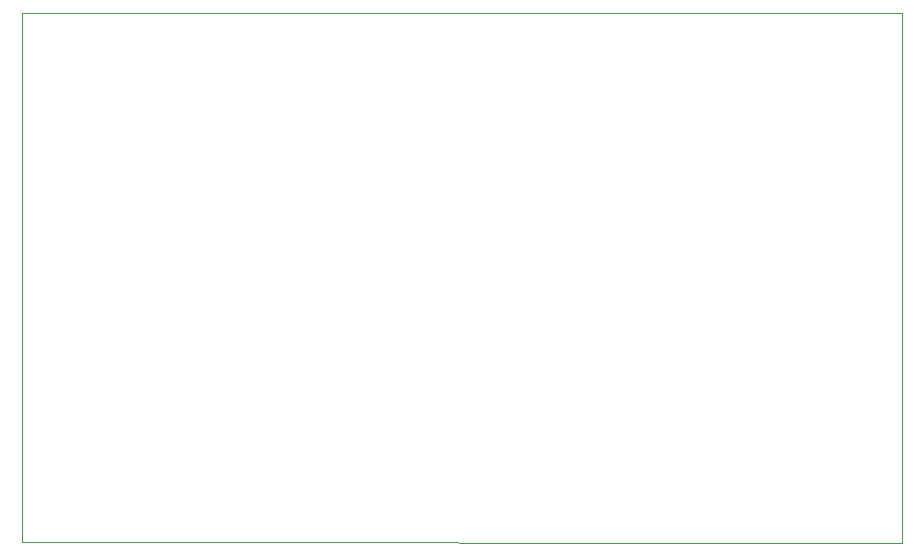
<source format=gbr>
G04 #@! TF.GenerationSoftware,KiCad,Pcbnew,(6.0.0-rc1-dev-1030-g80d50d98b)*
G04 #@! TF.CreationDate,2019-02-21T10:42:04-07:00*
G04 #@! TF.ProjectId,airmed_board_w2.0,6169726D65645F626F6172645F77322E,rev?*
G04 #@! TF.SameCoordinates,Original*
G04 #@! TF.FileFunction,Paste,Bot*
G04 #@! TF.FilePolarity,Positive*
%FSLAX46Y46*%
G04 Gerber Fmt 4.6, Leading zero omitted, Abs format (unit mm)*
G04 Created by KiCad (PCBNEW (6.0.0-rc1-dev-1030-g80d50d98b)) date Thursday, February 21, 2019 at 10:42:04 AM*
%MOMM*%
%LPD*%
G01*
G04 APERTURE LIST*
%ADD10C,0.050000*%
G04 APERTURE END LIST*
D10*
X113487200Y-135255000D02*
X113487200Y-90474800D01*
X187934600Y-135382000D02*
X113487200Y-135255000D01*
X187934600Y-90500200D02*
X187934600Y-135382000D01*
X113487200Y-90474800D02*
X187934600Y-90500200D01*
M02*

</source>
